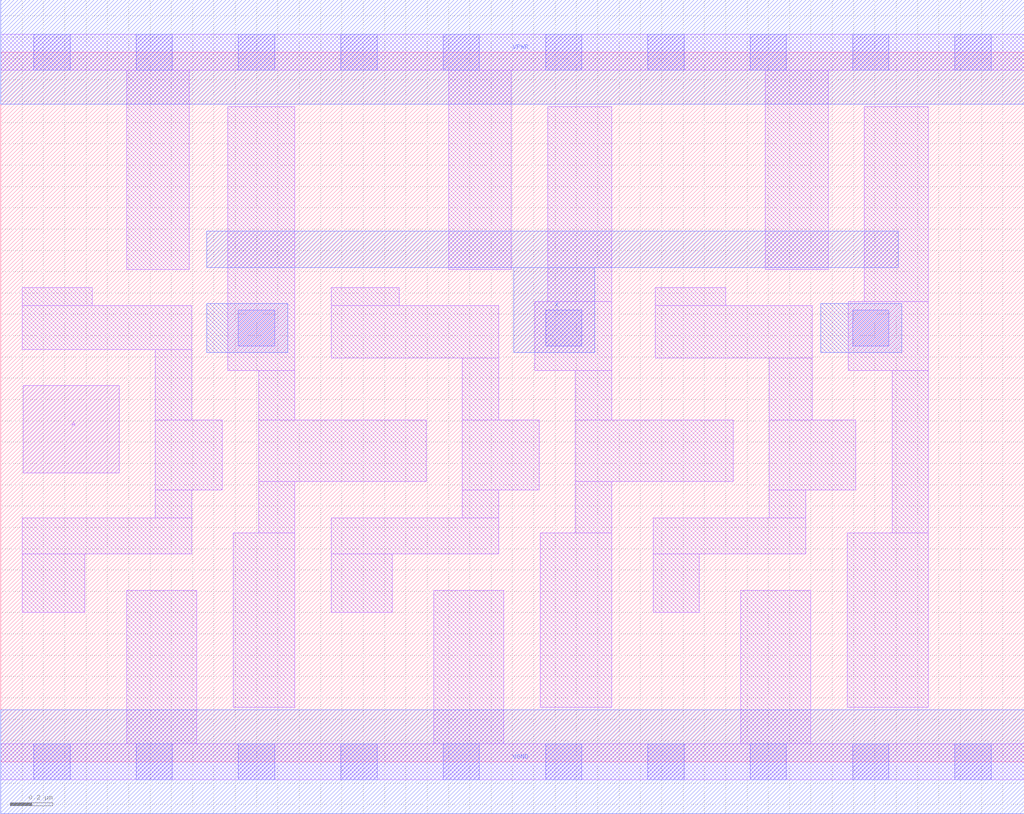
<source format=lef>
# Copyright 2020 The SkyWater PDK Authors
#
# Licensed under the Apache License, Version 2.0 (the "License");
# you may not use this file except in compliance with the License.
# You may obtain a copy of the License at
#
#     https://www.apache.org/licenses/LICENSE-2.0
#
# Unless required by applicable law or agreed to in writing, software
# distributed under the License is distributed on an "AS IS" BASIS,
# WITHOUT WARRANTIES OR CONDITIONS OF ANY KIND, either express or implied.
# See the License for the specific language governing permissions and
# limitations under the License.
#
# SPDX-License-Identifier: Apache-2.0

VERSION 5.7 ;
  NOWIREEXTENSIONATPIN ON ;
  DIVIDERCHAR "/" ;
  BUSBITCHARS "[]" ;
UNITS
  DATABASE MICRONS 200 ;
END UNITS
MACRO sky130_fd_sc_ms__dlymetal6s4s_1
  CLASS CORE ;
  FOREIGN sky130_fd_sc_ms__dlymetal6s4s_1 ;
  ORIGIN  0.000000  0.000000 ;
  SIZE  4.800000 BY  3.330000 ;
  SYMMETRY X Y ;
  SITE unit ;
  PIN A
    ANTENNAGATEAREA  0.138600 ;
    DIRECTION INPUT ;
    USE SIGNAL ;
    PORT
      LAYER li1 ;
        RECT 0.105000 1.355000 0.555000 1.765000 ;
    END
  END A
  PIN X
    ANTENNADIFFAREA  0.487300 ;
    ANTENNAGATEAREA  0.138600 ;
    DIRECTION OUTPUT ;
    USE SIGNAL ;
    PORT
      LAYER met1 ;
        RECT 0.965000 2.320000 4.210000 2.490000 ;
        RECT 2.405000 1.920000 2.785000 2.320000 ;
    END
  END X
  PIN VGND
    DIRECTION INOUT ;
    USE GROUND ;
    PORT
      LAYER met1 ;
        RECT 0.000000 -0.245000 4.800000 0.245000 ;
    END
  END VGND
  PIN VPWR
    DIRECTION INOUT ;
    USE POWER ;
    PORT
      LAYER met1 ;
        RECT 0.000000 3.085000 4.800000 3.575000 ;
    END
  END VPWR
  OBS
    LAYER li1 ;
      RECT 0.000000 -0.085000 4.800000 0.085000 ;
      RECT 0.000000  3.245000 4.800000 3.415000 ;
      RECT 0.100000  0.700000 0.395000 0.975000 ;
      RECT 0.100000  0.975000 0.895000 1.145000 ;
      RECT 0.100000  1.935000 0.895000 2.140000 ;
      RECT 0.100000  2.140000 0.430000 2.225000 ;
      RECT 0.590000  0.085000 0.920000 0.805000 ;
      RECT 0.590000  2.310000 0.885000 3.245000 ;
      RECT 0.725000  1.145000 0.895000 1.275000 ;
      RECT 0.725000  1.275000 1.040000 1.605000 ;
      RECT 0.725000  1.605000 0.895000 1.935000 ;
      RECT 1.065000  1.835000 1.380000 3.075000 ;
      RECT 1.090000  0.255000 1.380000 1.075000 ;
      RECT 1.210000  1.075000 1.380000 1.315000 ;
      RECT 1.210000  1.315000 1.995000 1.605000 ;
      RECT 1.210000  1.605000 1.380000 1.835000 ;
      RECT 1.550000  0.700000 1.835000 0.975000 ;
      RECT 1.550000  0.975000 2.335000 1.145000 ;
      RECT 1.550000  1.895000 2.335000 2.140000 ;
      RECT 1.550000  2.140000 1.870000 2.225000 ;
      RECT 2.030000  0.085000 2.360000 0.805000 ;
      RECT 2.100000  2.310000 2.395000 3.245000 ;
      RECT 2.165000  1.145000 2.335000 1.275000 ;
      RECT 2.165000  1.275000 2.525000 1.605000 ;
      RECT 2.165000  1.605000 2.335000 1.895000 ;
      RECT 2.505000  1.835000 2.865000 2.160000 ;
      RECT 2.530000  0.255000 2.865000 1.075000 ;
      RECT 2.565000  2.160000 2.865000 3.075000 ;
      RECT 2.695000  1.075000 2.865000 1.315000 ;
      RECT 2.695000  1.315000 3.435000 1.605000 ;
      RECT 2.695000  1.605000 2.865000 1.835000 ;
      RECT 3.060000  0.700000 3.275000 0.975000 ;
      RECT 3.060000  0.975000 3.775000 1.145000 ;
      RECT 3.070000  1.895000 3.805000 2.140000 ;
      RECT 3.070000  2.140000 3.400000 2.225000 ;
      RECT 3.470000  0.085000 3.800000 0.805000 ;
      RECT 3.585000  2.310000 3.880000 3.245000 ;
      RECT 3.605000  1.145000 3.775000 1.275000 ;
      RECT 3.605000  1.275000 4.010000 1.605000 ;
      RECT 3.605000  1.605000 3.805000 1.895000 ;
      RECT 3.970000  0.255000 4.350000 1.075000 ;
      RECT 3.975000  1.835000 4.350000 2.160000 ;
      RECT 4.050000  2.160000 4.350000 3.075000 ;
      RECT 4.180000  1.075000 4.350000 1.835000 ;
    LAYER mcon ;
      RECT 0.155000 -0.085000 0.325000 0.085000 ;
      RECT 0.155000  3.245000 0.325000 3.415000 ;
      RECT 0.635000 -0.085000 0.805000 0.085000 ;
      RECT 0.635000  3.245000 0.805000 3.415000 ;
      RECT 1.115000 -0.085000 1.285000 0.085000 ;
      RECT 1.115000  1.950000 1.285000 2.120000 ;
      RECT 1.115000  3.245000 1.285000 3.415000 ;
      RECT 1.595000 -0.085000 1.765000 0.085000 ;
      RECT 1.595000  3.245000 1.765000 3.415000 ;
      RECT 2.075000 -0.085000 2.245000 0.085000 ;
      RECT 2.075000  3.245000 2.245000 3.415000 ;
      RECT 2.555000 -0.085000 2.725000 0.085000 ;
      RECT 2.555000  1.950000 2.725000 2.120000 ;
      RECT 2.555000  3.245000 2.725000 3.415000 ;
      RECT 3.035000 -0.085000 3.205000 0.085000 ;
      RECT 3.035000  3.245000 3.205000 3.415000 ;
      RECT 3.515000 -0.085000 3.685000 0.085000 ;
      RECT 3.515000  3.245000 3.685000 3.415000 ;
      RECT 3.995000 -0.085000 4.165000 0.085000 ;
      RECT 3.995000  1.950000 4.165000 2.120000 ;
      RECT 3.995000  3.245000 4.165000 3.415000 ;
      RECT 4.475000 -0.085000 4.645000 0.085000 ;
      RECT 4.475000  3.245000 4.645000 3.415000 ;
    LAYER met1 ;
      RECT 0.965000 1.920000 1.345000 2.150000 ;
      RECT 3.845000 1.920000 4.225000 2.150000 ;
  END
END sky130_fd_sc_ms__dlymetal6s4s_1
END LIBRARY

</source>
